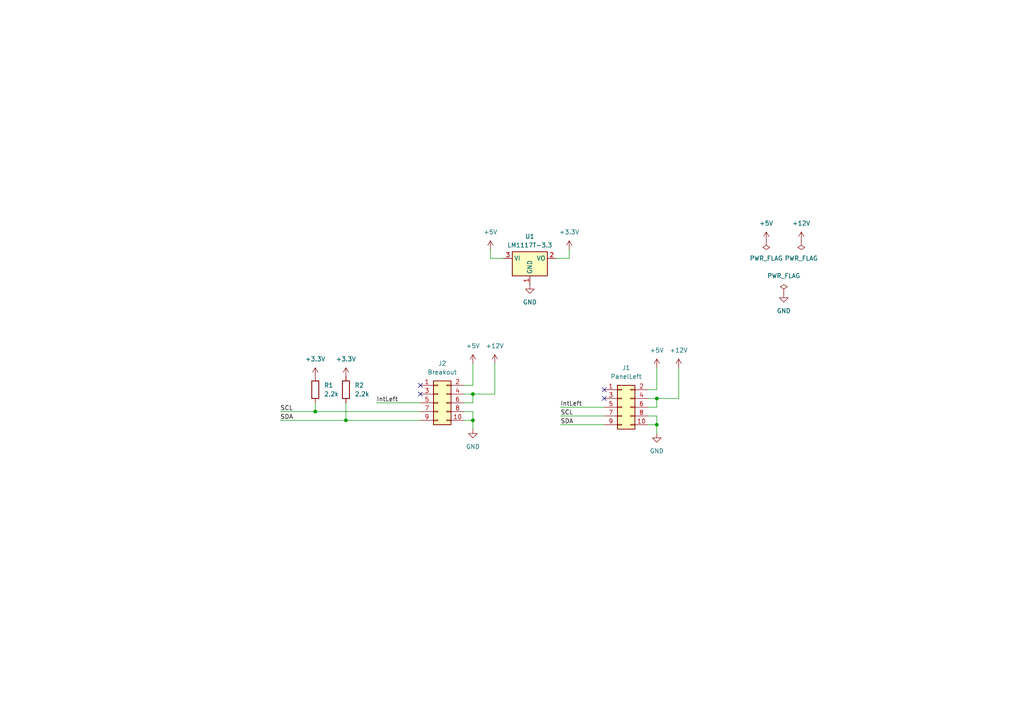
<source format=kicad_sch>
(kicad_sch
	(version 20231120)
	(generator "eeschema")
	(generator_version "8.0")
	(uuid "0ad4c629-1147-40c1-ae9f-9a3da7458655")
	(paper "A4")
	(lib_symbols
		(symbol "Connector_Generic:Conn_02x05_Odd_Even"
			(pin_names
				(offset 1.016) hide)
			(exclude_from_sim no)
			(in_bom yes)
			(on_board yes)
			(property "Reference" "J"
				(at 1.27 7.62 0)
				(effects
					(font
						(size 1.27 1.27)
					)
				)
			)
			(property "Value" "Conn_02x05_Odd_Even"
				(at 1.27 -7.62 0)
				(effects
					(font
						(size 1.27 1.27)
					)
				)
			)
			(property "Footprint" ""
				(at 0 0 0)
				(effects
					(font
						(size 1.27 1.27)
					)
					(hide yes)
				)
			)
			(property "Datasheet" "~"
				(at 0 0 0)
				(effects
					(font
						(size 1.27 1.27)
					)
					(hide yes)
				)
			)
			(property "Description" "Generic connector, double row, 02x05, odd/even pin numbering scheme (row 1 odd numbers, row 2 even numbers), script generated (kicad-library-utils/schlib/autogen/connector/)"
				(at 0 0 0)
				(effects
					(font
						(size 1.27 1.27)
					)
					(hide yes)
				)
			)
			(property "ki_keywords" "connector"
				(at 0 0 0)
				(effects
					(font
						(size 1.27 1.27)
					)
					(hide yes)
				)
			)
			(property "ki_fp_filters" "Connector*:*_2x??_*"
				(at 0 0 0)
				(effects
					(font
						(size 1.27 1.27)
					)
					(hide yes)
				)
			)
			(symbol "Conn_02x05_Odd_Even_1_1"
				(rectangle
					(start -1.27 -4.953)
					(end 0 -5.207)
					(stroke
						(width 0.1524)
						(type default)
					)
					(fill
						(type none)
					)
				)
				(rectangle
					(start -1.27 -2.413)
					(end 0 -2.667)
					(stroke
						(width 0.1524)
						(type default)
					)
					(fill
						(type none)
					)
				)
				(rectangle
					(start -1.27 0.127)
					(end 0 -0.127)
					(stroke
						(width 0.1524)
						(type default)
					)
					(fill
						(type none)
					)
				)
				(rectangle
					(start -1.27 2.667)
					(end 0 2.413)
					(stroke
						(width 0.1524)
						(type default)
					)
					(fill
						(type none)
					)
				)
				(rectangle
					(start -1.27 5.207)
					(end 0 4.953)
					(stroke
						(width 0.1524)
						(type default)
					)
					(fill
						(type none)
					)
				)
				(rectangle
					(start -1.27 6.35)
					(end 3.81 -6.35)
					(stroke
						(width 0.254)
						(type default)
					)
					(fill
						(type background)
					)
				)
				(rectangle
					(start 3.81 -4.953)
					(end 2.54 -5.207)
					(stroke
						(width 0.1524)
						(type default)
					)
					(fill
						(type none)
					)
				)
				(rectangle
					(start 3.81 -2.413)
					(end 2.54 -2.667)
					(stroke
						(width 0.1524)
						(type default)
					)
					(fill
						(type none)
					)
				)
				(rectangle
					(start 3.81 0.127)
					(end 2.54 -0.127)
					(stroke
						(width 0.1524)
						(type default)
					)
					(fill
						(type none)
					)
				)
				(rectangle
					(start 3.81 2.667)
					(end 2.54 2.413)
					(stroke
						(width 0.1524)
						(type default)
					)
					(fill
						(type none)
					)
				)
				(rectangle
					(start 3.81 5.207)
					(end 2.54 4.953)
					(stroke
						(width 0.1524)
						(type default)
					)
					(fill
						(type none)
					)
				)
				(pin passive line
					(at -5.08 5.08 0)
					(length 3.81)
					(name "Pin_1"
						(effects
							(font
								(size 1.27 1.27)
							)
						)
					)
					(number "1"
						(effects
							(font
								(size 1.27 1.27)
							)
						)
					)
				)
				(pin passive line
					(at 7.62 -5.08 180)
					(length 3.81)
					(name "Pin_10"
						(effects
							(font
								(size 1.27 1.27)
							)
						)
					)
					(number "10"
						(effects
							(font
								(size 1.27 1.27)
							)
						)
					)
				)
				(pin passive line
					(at 7.62 5.08 180)
					(length 3.81)
					(name "Pin_2"
						(effects
							(font
								(size 1.27 1.27)
							)
						)
					)
					(number "2"
						(effects
							(font
								(size 1.27 1.27)
							)
						)
					)
				)
				(pin passive line
					(at -5.08 2.54 0)
					(length 3.81)
					(name "Pin_3"
						(effects
							(font
								(size 1.27 1.27)
							)
						)
					)
					(number "3"
						(effects
							(font
								(size 1.27 1.27)
							)
						)
					)
				)
				(pin passive line
					(at 7.62 2.54 180)
					(length 3.81)
					(name "Pin_4"
						(effects
							(font
								(size 1.27 1.27)
							)
						)
					)
					(number "4"
						(effects
							(font
								(size 1.27 1.27)
							)
						)
					)
				)
				(pin passive line
					(at -5.08 0 0)
					(length 3.81)
					(name "Pin_5"
						(effects
							(font
								(size 1.27 1.27)
							)
						)
					)
					(number "5"
						(effects
							(font
								(size 1.27 1.27)
							)
						)
					)
				)
				(pin passive line
					(at 7.62 0 180)
					(length 3.81)
					(name "Pin_6"
						(effects
							(font
								(size 1.27 1.27)
							)
						)
					)
					(number "6"
						(effects
							(font
								(size 1.27 1.27)
							)
						)
					)
				)
				(pin passive line
					(at -5.08 -2.54 0)
					(length 3.81)
					(name "Pin_7"
						(effects
							(font
								(size 1.27 1.27)
							)
						)
					)
					(number "7"
						(effects
							(font
								(size 1.27 1.27)
							)
						)
					)
				)
				(pin passive line
					(at 7.62 -2.54 180)
					(length 3.81)
					(name "Pin_8"
						(effects
							(font
								(size 1.27 1.27)
							)
						)
					)
					(number "8"
						(effects
							(font
								(size 1.27 1.27)
							)
						)
					)
				)
				(pin passive line
					(at -5.08 -5.08 0)
					(length 3.81)
					(name "Pin_9"
						(effects
							(font
								(size 1.27 1.27)
							)
						)
					)
					(number "9"
						(effects
							(font
								(size 1.27 1.27)
							)
						)
					)
				)
			)
		)
		(symbol "Device:R"
			(pin_numbers hide)
			(pin_names
				(offset 0)
			)
			(exclude_from_sim no)
			(in_bom yes)
			(on_board yes)
			(property "Reference" "R"
				(at 2.032 0 90)
				(effects
					(font
						(size 1.27 1.27)
					)
				)
			)
			(property "Value" "R"
				(at 0 0 90)
				(effects
					(font
						(size 1.27 1.27)
					)
				)
			)
			(property "Footprint" ""
				(at -1.778 0 90)
				(effects
					(font
						(size 1.27 1.27)
					)
					(hide yes)
				)
			)
			(property "Datasheet" "~"
				(at 0 0 0)
				(effects
					(font
						(size 1.27 1.27)
					)
					(hide yes)
				)
			)
			(property "Description" "Resistor"
				(at 0 0 0)
				(effects
					(font
						(size 1.27 1.27)
					)
					(hide yes)
				)
			)
			(property "ki_keywords" "R res resistor"
				(at 0 0 0)
				(effects
					(font
						(size 1.27 1.27)
					)
					(hide yes)
				)
			)
			(property "ki_fp_filters" "R_*"
				(at 0 0 0)
				(effects
					(font
						(size 1.27 1.27)
					)
					(hide yes)
				)
			)
			(symbol "R_0_1"
				(rectangle
					(start -1.016 -2.54)
					(end 1.016 2.54)
					(stroke
						(width 0.254)
						(type default)
					)
					(fill
						(type none)
					)
				)
			)
			(symbol "R_1_1"
				(pin passive line
					(at 0 3.81 270)
					(length 1.27)
					(name "~"
						(effects
							(font
								(size 1.27 1.27)
							)
						)
					)
					(number "1"
						(effects
							(font
								(size 1.27 1.27)
							)
						)
					)
				)
				(pin passive line
					(at 0 -3.81 90)
					(length 1.27)
					(name "~"
						(effects
							(font
								(size 1.27 1.27)
							)
						)
					)
					(number "2"
						(effects
							(font
								(size 1.27 1.27)
							)
						)
					)
				)
			)
		)
		(symbol "Regulator_Linear:LM1117T-3.3"
			(exclude_from_sim no)
			(in_bom yes)
			(on_board yes)
			(property "Reference" "U"
				(at -3.81 3.175 0)
				(effects
					(font
						(size 1.27 1.27)
					)
				)
			)
			(property "Value" "LM1117T-3.3"
				(at 0 3.175 0)
				(effects
					(font
						(size 1.27 1.27)
					)
					(justify left)
				)
			)
			(property "Footprint" "Package_TO_SOT_THT:TO-220-3_Horizontal_TabDown"
				(at 0 0 0)
				(effects
					(font
						(size 1.27 1.27)
					)
					(hide yes)
				)
			)
			(property "Datasheet" "http://www.ti.com/lit/ds/symlink/lm1117.pdf"
				(at 0 0 0)
				(effects
					(font
						(size 1.27 1.27)
					)
					(hide yes)
				)
			)
			(property "Description" "800mA Low-Dropout Linear Regulator, 3.3V fixed output, TO-220"
				(at 0 0 0)
				(effects
					(font
						(size 1.27 1.27)
					)
					(hide yes)
				)
			)
			(property "ki_keywords" "linear regulator ldo fixed positive"
				(at 0 0 0)
				(effects
					(font
						(size 1.27 1.27)
					)
					(hide yes)
				)
			)
			(property "ki_fp_filters" "TO?220*"
				(at 0 0 0)
				(effects
					(font
						(size 1.27 1.27)
					)
					(hide yes)
				)
			)
			(symbol "LM1117T-3.3_0_1"
				(rectangle
					(start -5.08 -5.08)
					(end 5.08 1.905)
					(stroke
						(width 0.254)
						(type default)
					)
					(fill
						(type background)
					)
				)
			)
			(symbol "LM1117T-3.3_1_1"
				(pin power_in line
					(at 0 -7.62 90)
					(length 2.54)
					(name "GND"
						(effects
							(font
								(size 1.27 1.27)
							)
						)
					)
					(number "1"
						(effects
							(font
								(size 1.27 1.27)
							)
						)
					)
				)
				(pin power_out line
					(at 7.62 0 180)
					(length 2.54)
					(name "VO"
						(effects
							(font
								(size 1.27 1.27)
							)
						)
					)
					(number "2"
						(effects
							(font
								(size 1.27 1.27)
							)
						)
					)
				)
				(pin power_in line
					(at -7.62 0 0)
					(length 2.54)
					(name "VI"
						(effects
							(font
								(size 1.27 1.27)
							)
						)
					)
					(number "3"
						(effects
							(font
								(size 1.27 1.27)
							)
						)
					)
				)
			)
		)
		(symbol "power:+12V"
			(power)
			(pin_numbers hide)
			(pin_names
				(offset 0) hide)
			(exclude_from_sim no)
			(in_bom yes)
			(on_board yes)
			(property "Reference" "#PWR"
				(at 0 -3.81 0)
				(effects
					(font
						(size 1.27 1.27)
					)
					(hide yes)
				)
			)
			(property "Value" "+12V"
				(at 0 3.556 0)
				(effects
					(font
						(size 1.27 1.27)
					)
				)
			)
			(property "Footprint" ""
				(at 0 0 0)
				(effects
					(font
						(size 1.27 1.27)
					)
					(hide yes)
				)
			)
			(property "Datasheet" ""
				(at 0 0 0)
				(effects
					(font
						(size 1.27 1.27)
					)
					(hide yes)
				)
			)
			(property "Description" "Power symbol creates a global label with name \"+12V\""
				(at 0 0 0)
				(effects
					(font
						(size 1.27 1.27)
					)
					(hide yes)
				)
			)
			(property "ki_keywords" "global power"
				(at 0 0 0)
				(effects
					(font
						(size 1.27 1.27)
					)
					(hide yes)
				)
			)
			(symbol "+12V_0_1"
				(polyline
					(pts
						(xy -0.762 1.27) (xy 0 2.54)
					)
					(stroke
						(width 0)
						(type default)
					)
					(fill
						(type none)
					)
				)
				(polyline
					(pts
						(xy 0 0) (xy 0 2.54)
					)
					(stroke
						(width 0)
						(type default)
					)
					(fill
						(type none)
					)
				)
				(polyline
					(pts
						(xy 0 2.54) (xy 0.762 1.27)
					)
					(stroke
						(width 0)
						(type default)
					)
					(fill
						(type none)
					)
				)
			)
			(symbol "+12V_1_1"
				(pin power_in line
					(at 0 0 90)
					(length 0)
					(name "~"
						(effects
							(font
								(size 1.27 1.27)
							)
						)
					)
					(number "1"
						(effects
							(font
								(size 1.27 1.27)
							)
						)
					)
				)
			)
		)
		(symbol "power:+3.3V"
			(power)
			(pin_numbers hide)
			(pin_names
				(offset 0) hide)
			(exclude_from_sim no)
			(in_bom yes)
			(on_board yes)
			(property "Reference" "#PWR"
				(at 0 -3.81 0)
				(effects
					(font
						(size 1.27 1.27)
					)
					(hide yes)
				)
			)
			(property "Value" "+3.3V"
				(at 0 3.556 0)
				(effects
					(font
						(size 1.27 1.27)
					)
				)
			)
			(property "Footprint" ""
				(at 0 0 0)
				(effects
					(font
						(size 1.27 1.27)
					)
					(hide yes)
				)
			)
			(property "Datasheet" ""
				(at 0 0 0)
				(effects
					(font
						(size 1.27 1.27)
					)
					(hide yes)
				)
			)
			(property "Description" "Power symbol creates a global label with name \"+3.3V\""
				(at 0 0 0)
				(effects
					(font
						(size 1.27 1.27)
					)
					(hide yes)
				)
			)
			(property "ki_keywords" "global power"
				(at 0 0 0)
				(effects
					(font
						(size 1.27 1.27)
					)
					(hide yes)
				)
			)
			(symbol "+3.3V_0_1"
				(polyline
					(pts
						(xy -0.762 1.27) (xy 0 2.54)
					)
					(stroke
						(width 0)
						(type default)
					)
					(fill
						(type none)
					)
				)
				(polyline
					(pts
						(xy 0 0) (xy 0 2.54)
					)
					(stroke
						(width 0)
						(type default)
					)
					(fill
						(type none)
					)
				)
				(polyline
					(pts
						(xy 0 2.54) (xy 0.762 1.27)
					)
					(stroke
						(width 0)
						(type default)
					)
					(fill
						(type none)
					)
				)
			)
			(symbol "+3.3V_1_1"
				(pin power_in line
					(at 0 0 90)
					(length 0)
					(name "~"
						(effects
							(font
								(size 1.27 1.27)
							)
						)
					)
					(number "1"
						(effects
							(font
								(size 1.27 1.27)
							)
						)
					)
				)
			)
		)
		(symbol "power:+5V"
			(power)
			(pin_numbers hide)
			(pin_names
				(offset 0) hide)
			(exclude_from_sim no)
			(in_bom yes)
			(on_board yes)
			(property "Reference" "#PWR"
				(at 0 -3.81 0)
				(effects
					(font
						(size 1.27 1.27)
					)
					(hide yes)
				)
			)
			(property "Value" "+5V"
				(at 0 3.556 0)
				(effects
					(font
						(size 1.27 1.27)
					)
				)
			)
			(property "Footprint" ""
				(at 0 0 0)
				(effects
					(font
						(size 1.27 1.27)
					)
					(hide yes)
				)
			)
			(property "Datasheet" ""
				(at 0 0 0)
				(effects
					(font
						(size 1.27 1.27)
					)
					(hide yes)
				)
			)
			(property "Description" "Power symbol creates a global label with name \"+5V\""
				(at 0 0 0)
				(effects
					(font
						(size 1.27 1.27)
					)
					(hide yes)
				)
			)
			(property "ki_keywords" "global power"
				(at 0 0 0)
				(effects
					(font
						(size 1.27 1.27)
					)
					(hide yes)
				)
			)
			(symbol "+5V_0_1"
				(polyline
					(pts
						(xy -0.762 1.27) (xy 0 2.54)
					)
					(stroke
						(width 0)
						(type default)
					)
					(fill
						(type none)
					)
				)
				(polyline
					(pts
						(xy 0 0) (xy 0 2.54)
					)
					(stroke
						(width 0)
						(type default)
					)
					(fill
						(type none)
					)
				)
				(polyline
					(pts
						(xy 0 2.54) (xy 0.762 1.27)
					)
					(stroke
						(width 0)
						(type default)
					)
					(fill
						(type none)
					)
				)
			)
			(symbol "+5V_1_1"
				(pin power_in line
					(at 0 0 90)
					(length 0)
					(name "~"
						(effects
							(font
								(size 1.27 1.27)
							)
						)
					)
					(number "1"
						(effects
							(font
								(size 1.27 1.27)
							)
						)
					)
				)
			)
		)
		(symbol "power:GND"
			(power)
			(pin_numbers hide)
			(pin_names
				(offset 0) hide)
			(exclude_from_sim no)
			(in_bom yes)
			(on_board yes)
			(property "Reference" "#PWR"
				(at 0 -6.35 0)
				(effects
					(font
						(size 1.27 1.27)
					)
					(hide yes)
				)
			)
			(property "Value" "GND"
				(at 0 -3.81 0)
				(effects
					(font
						(size 1.27 1.27)
					)
				)
			)
			(property "Footprint" ""
				(at 0 0 0)
				(effects
					(font
						(size 1.27 1.27)
					)
					(hide yes)
				)
			)
			(property "Datasheet" ""
				(at 0 0 0)
				(effects
					(font
						(size 1.27 1.27)
					)
					(hide yes)
				)
			)
			(property "Description" "Power symbol creates a global label with name \"GND\" , ground"
				(at 0 0 0)
				(effects
					(font
						(size 1.27 1.27)
					)
					(hide yes)
				)
			)
			(property "ki_keywords" "global power"
				(at 0 0 0)
				(effects
					(font
						(size 1.27 1.27)
					)
					(hide yes)
				)
			)
			(symbol "GND_0_1"
				(polyline
					(pts
						(xy 0 0) (xy 0 -1.27) (xy 1.27 -1.27) (xy 0 -2.54) (xy -1.27 -1.27) (xy 0 -1.27)
					)
					(stroke
						(width 0)
						(type default)
					)
					(fill
						(type none)
					)
				)
			)
			(symbol "GND_1_1"
				(pin power_in line
					(at 0 0 270)
					(length 0)
					(name "~"
						(effects
							(font
								(size 1.27 1.27)
							)
						)
					)
					(number "1"
						(effects
							(font
								(size 1.27 1.27)
							)
						)
					)
				)
			)
		)
		(symbol "power:PWR_FLAG"
			(power)
			(pin_numbers hide)
			(pin_names
				(offset 0) hide)
			(exclude_from_sim no)
			(in_bom yes)
			(on_board yes)
			(property "Reference" "#FLG"
				(at 0 1.905 0)
				(effects
					(font
						(size 1.27 1.27)
					)
					(hide yes)
				)
			)
			(property "Value" "PWR_FLAG"
				(at 0 3.81 0)
				(effects
					(font
						(size 1.27 1.27)
					)
				)
			)
			(property "Footprint" ""
				(at 0 0 0)
				(effects
					(font
						(size 1.27 1.27)
					)
					(hide yes)
				)
			)
			(property "Datasheet" "~"
				(at 0 0 0)
				(effects
					(font
						(size 1.27 1.27)
					)
					(hide yes)
				)
			)
			(property "Description" "Special symbol for telling ERC where power comes from"
				(at 0 0 0)
				(effects
					(font
						(size 1.27 1.27)
					)
					(hide yes)
				)
			)
			(property "ki_keywords" "flag power"
				(at 0 0 0)
				(effects
					(font
						(size 1.27 1.27)
					)
					(hide yes)
				)
			)
			(symbol "PWR_FLAG_0_0"
				(pin power_out line
					(at 0 0 90)
					(length 0)
					(name "~"
						(effects
							(font
								(size 1.27 1.27)
							)
						)
					)
					(number "1"
						(effects
							(font
								(size 1.27 1.27)
							)
						)
					)
				)
			)
			(symbol "PWR_FLAG_0_1"
				(polyline
					(pts
						(xy 0 0) (xy 0 1.27) (xy -1.016 1.905) (xy 0 2.54) (xy 1.016 1.905) (xy 0 1.27)
					)
					(stroke
						(width 0)
						(type default)
					)
					(fill
						(type none)
					)
				)
			)
		)
	)
	(junction
		(at 91.44 119.38)
		(diameter 0)
		(color 0 0 0 0)
		(uuid "1663fca6-1e64-4498-bbe4-9e7b1ed4817b")
	)
	(junction
		(at 137.16 121.92)
		(diameter 0)
		(color 0 0 0 0)
		(uuid "72135d5a-0ab3-41f7-ad99-4c53b2fb3ec5")
	)
	(junction
		(at 190.5 115.57)
		(diameter 0)
		(color 0 0 0 0)
		(uuid "9c182ffc-f7ce-4510-822d-83d19203e1bd")
	)
	(junction
		(at 100.33 121.92)
		(diameter 0)
		(color 0 0 0 0)
		(uuid "c154a81f-3137-4d54-9540-f94c050a789e")
	)
	(junction
		(at 137.16 114.3)
		(diameter 0)
		(color 0 0 0 0)
		(uuid "cbfe1c5d-f8eb-4aab-8d3c-97122fd4782d")
	)
	(junction
		(at 190.5 123.19)
		(diameter 0)
		(color 0 0 0 0)
		(uuid "feba4107-f9bd-43c0-b5fb-eb6adc77af4b")
	)
	(no_connect
		(at 175.26 113.03)
		(uuid "7fc08d80-6364-4b0c-8d13-a7becb08e1cc")
	)
	(no_connect
		(at 121.92 114.3)
		(uuid "8f420928-7f2c-40b3-988d-6365efcabb4b")
	)
	(no_connect
		(at 175.26 115.57)
		(uuid "9580c6e7-f0a8-486e-a04d-193504dc6392")
	)
	(no_connect
		(at 121.92 111.76)
		(uuid "c952615d-3da7-47a6-a693-ec84bf9cc397")
	)
	(wire
		(pts
			(xy 143.51 105.41) (xy 143.51 114.3)
		)
		(stroke
			(width 0)
			(type default)
		)
		(uuid "060ab9c9-c4ea-40c5-b3f0-448f55a9f7c0")
	)
	(wire
		(pts
			(xy 142.24 72.39) (xy 142.24 74.93)
		)
		(stroke
			(width 0)
			(type default)
		)
		(uuid "136c5298-9e2a-46ac-9024-80d7497938cd")
	)
	(wire
		(pts
			(xy 196.85 115.57) (xy 190.5 115.57)
		)
		(stroke
			(width 0)
			(type default)
		)
		(uuid "2288315a-6456-45a9-996e-ef1b5d9b7a84")
	)
	(wire
		(pts
			(xy 190.5 120.65) (xy 190.5 123.19)
		)
		(stroke
			(width 0)
			(type default)
		)
		(uuid "24a1a549-9e79-4a03-b834-982a05fd2015")
	)
	(wire
		(pts
			(xy 187.96 118.11) (xy 190.5 118.11)
		)
		(stroke
			(width 0)
			(type default)
		)
		(uuid "277de9d2-1299-4092-85bd-c5cc4ed4fe1b")
	)
	(wire
		(pts
			(xy 187.96 123.19) (xy 190.5 123.19)
		)
		(stroke
			(width 0)
			(type default)
		)
		(uuid "28753782-557e-4be3-95a0-6d4b178a8612")
	)
	(wire
		(pts
			(xy 187.96 115.57) (xy 190.5 115.57)
		)
		(stroke
			(width 0)
			(type default)
		)
		(uuid "2a822dee-492e-4936-8d20-fa67de8308d8")
	)
	(wire
		(pts
			(xy 162.56 118.11) (xy 175.26 118.11)
		)
		(stroke
			(width 0)
			(type default)
		)
		(uuid "388884dd-8c4d-4fce-92f6-a49f686363f9")
	)
	(wire
		(pts
			(xy 91.44 119.38) (xy 121.92 119.38)
		)
		(stroke
			(width 0)
			(type default)
		)
		(uuid "392f1fc2-91b8-4174-8411-4cc358b2c383")
	)
	(wire
		(pts
			(xy 162.56 120.65) (xy 175.26 120.65)
		)
		(stroke
			(width 0)
			(type default)
		)
		(uuid "3c9e7a7d-fdb6-43f6-af7c-cd2f0d3f143d")
	)
	(wire
		(pts
			(xy 81.28 119.38) (xy 91.44 119.38)
		)
		(stroke
			(width 0)
			(type default)
		)
		(uuid "48619869-9768-4762-8b75-519c1d5c176e")
	)
	(wire
		(pts
			(xy 134.62 114.3) (xy 137.16 114.3)
		)
		(stroke
			(width 0)
			(type default)
		)
		(uuid "4c0242aa-84e3-4080-b417-58e667079fbb")
	)
	(wire
		(pts
			(xy 137.16 119.38) (xy 137.16 121.92)
		)
		(stroke
			(width 0)
			(type default)
		)
		(uuid "5078705e-ec6f-482b-bed8-66fa3bef9fe2")
	)
	(wire
		(pts
			(xy 81.28 121.92) (xy 100.33 121.92)
		)
		(stroke
			(width 0)
			(type default)
		)
		(uuid "5325c9d5-7e94-4ec3-9f80-c71b3f40e61c")
	)
	(wire
		(pts
			(xy 187.96 113.03) (xy 190.5 113.03)
		)
		(stroke
			(width 0)
			(type default)
		)
		(uuid "54e2facd-bb7b-42e6-9c5b-f49ed201d81c")
	)
	(wire
		(pts
			(xy 100.33 121.92) (xy 121.92 121.92)
		)
		(stroke
			(width 0)
			(type default)
		)
		(uuid "659cb5c4-b86e-4496-8a1e-7c03cbd39f0a")
	)
	(wire
		(pts
			(xy 162.56 123.19) (xy 175.26 123.19)
		)
		(stroke
			(width 0)
			(type default)
		)
		(uuid "7b57bd26-4d03-40a2-9e5b-c5959181afa3")
	)
	(wire
		(pts
			(xy 165.1 72.39) (xy 165.1 74.93)
		)
		(stroke
			(width 0)
			(type default)
		)
		(uuid "80468a3c-b338-4ea2-a59e-07ca464d0439")
	)
	(wire
		(pts
			(xy 109.22 116.84) (xy 121.92 116.84)
		)
		(stroke
			(width 0)
			(type default)
		)
		(uuid "80c180e5-800f-4a45-9450-f44e68dc894f")
	)
	(wire
		(pts
			(xy 196.85 106.68) (xy 196.85 115.57)
		)
		(stroke
			(width 0)
			(type default)
		)
		(uuid "83727f07-064c-4e55-9c9f-5a29225ff936")
	)
	(wire
		(pts
			(xy 100.33 116.84) (xy 100.33 121.92)
		)
		(stroke
			(width 0)
			(type default)
		)
		(uuid "8dd292ff-224a-44e3-a31d-a476732afba9")
	)
	(wire
		(pts
			(xy 190.5 123.19) (xy 190.5 125.73)
		)
		(stroke
			(width 0)
			(type default)
		)
		(uuid "9ef5cc11-cb93-4505-b362-c6903ee0d099")
	)
	(wire
		(pts
			(xy 137.16 121.92) (xy 137.16 124.46)
		)
		(stroke
			(width 0)
			(type default)
		)
		(uuid "a110dd18-1a5e-4d39-9da3-2b13a0d60e72")
	)
	(wire
		(pts
			(xy 134.62 111.76) (xy 137.16 111.76)
		)
		(stroke
			(width 0)
			(type default)
		)
		(uuid "aa71ffb8-1eea-4639-a4ad-99088f3a6bbe")
	)
	(wire
		(pts
			(xy 137.16 116.84) (xy 137.16 114.3)
		)
		(stroke
			(width 0)
			(type default)
		)
		(uuid "ab734576-341b-4385-aa45-5b572b02ebae")
	)
	(wire
		(pts
			(xy 137.16 111.76) (xy 137.16 105.41)
		)
		(stroke
			(width 0)
			(type default)
		)
		(uuid "b087b35d-18b8-4de7-9d21-b85080702339")
	)
	(wire
		(pts
			(xy 187.96 120.65) (xy 190.5 120.65)
		)
		(stroke
			(width 0)
			(type default)
		)
		(uuid "b469c187-8042-4437-90df-3574dbc30cad")
	)
	(wire
		(pts
			(xy 143.51 114.3) (xy 137.16 114.3)
		)
		(stroke
			(width 0)
			(type default)
		)
		(uuid "bc4b0432-0aee-4ada-91f4-376619f34984")
	)
	(wire
		(pts
			(xy 161.29 74.93) (xy 165.1 74.93)
		)
		(stroke
			(width 0)
			(type default)
		)
		(uuid "be6330e7-21c9-4208-b676-b257736b3d77")
	)
	(wire
		(pts
			(xy 134.62 119.38) (xy 137.16 119.38)
		)
		(stroke
			(width 0)
			(type default)
		)
		(uuid "c0cd2bbb-1c2d-43dd-8130-aa7d8162ce27")
	)
	(wire
		(pts
			(xy 190.5 118.11) (xy 190.5 115.57)
		)
		(stroke
			(width 0)
			(type default)
		)
		(uuid "c5eaa744-873a-47ef-a481-02e9ccafcade")
	)
	(wire
		(pts
			(xy 91.44 116.84) (xy 91.44 119.38)
		)
		(stroke
			(width 0)
			(type default)
		)
		(uuid "c907c6c3-f6e3-492d-a98e-642cb466420c")
	)
	(wire
		(pts
			(xy 190.5 113.03) (xy 190.5 106.68)
		)
		(stroke
			(width 0)
			(type default)
		)
		(uuid "de4f8fdb-2fe5-4e8b-9c1a-54a15f606e5d")
	)
	(wire
		(pts
			(xy 142.24 74.93) (xy 146.05 74.93)
		)
		(stroke
			(width 0)
			(type default)
		)
		(uuid "f2c03f6c-83c9-42ae-a651-d7f30ff81533")
	)
	(wire
		(pts
			(xy 134.62 116.84) (xy 137.16 116.84)
		)
		(stroke
			(width 0)
			(type default)
		)
		(uuid "f38145b8-d973-4984-a15b-af9e51a2483d")
	)
	(wire
		(pts
			(xy 134.62 121.92) (xy 137.16 121.92)
		)
		(stroke
			(width 0)
			(type default)
		)
		(uuid "ff753498-6fab-479c-b4dd-a87078ef9caa")
	)
	(label "SDA"
		(at 162.56 123.19 0)
		(fields_autoplaced yes)
		(effects
			(font
				(size 1.27 1.27)
			)
			(justify left bottom)
		)
		(uuid "4cfac2e6-6e1b-466f-b732-51d15166e26b")
	)
	(label "IntLeft"
		(at 162.56 118.11 0)
		(fields_autoplaced yes)
		(effects
			(font
				(size 1.27 1.27)
			)
			(justify left bottom)
		)
		(uuid "8d9514f9-8345-4d99-8704-f00bef253a1f")
	)
	(label "SDA"
		(at 81.28 121.92 0)
		(fields_autoplaced yes)
		(effects
			(font
				(size 1.27 1.27)
			)
			(justify left bottom)
		)
		(uuid "a2752606-ec2e-4ec0-b408-979da9ec14ae")
	)
	(label "SCL"
		(at 162.56 120.65 0)
		(fields_autoplaced yes)
		(effects
			(font
				(size 1.27 1.27)
			)
			(justify left bottom)
		)
		(uuid "e8f5dbe1-cc52-4293-a4d3-50762a637458")
	)
	(label "IntLeft"
		(at 109.22 116.84 0)
		(fields_autoplaced yes)
		(effects
			(font
				(size 1.27 1.27)
			)
			(justify left bottom)
		)
		(uuid "f4c0cc15-15a3-44d2-80e3-a3d9808c3781")
	)
	(label "SCL"
		(at 81.28 119.38 0)
		(fields_autoplaced yes)
		(effects
			(font
				(size 1.27 1.27)
			)
			(justify left bottom)
		)
		(uuid "fe312929-df96-4104-aaa8-bd762001cc9e")
	)
	(symbol
		(lib_id "power:+3.3V")
		(at 91.44 109.22 0)
		(unit 1)
		(exclude_from_sim no)
		(in_bom yes)
		(on_board yes)
		(dnp no)
		(fields_autoplaced yes)
		(uuid "164d7658-e5c1-4825-86a8-907bb103a1ad")
		(property "Reference" "#PWR014"
			(at 91.44 113.03 0)
			(effects
				(font
					(size 1.27 1.27)
				)
				(hide yes)
			)
		)
		(property "Value" "+3.3V"
			(at 91.44 104.14 0)
			(effects
				(font
					(size 1.27 1.27)
				)
			)
		)
		(property "Footprint" ""
			(at 91.44 109.22 0)
			(effects
				(font
					(size 1.27 1.27)
				)
				(hide yes)
			)
		)
		(property "Datasheet" ""
			(at 91.44 109.22 0)
			(effects
				(font
					(size 1.27 1.27)
				)
				(hide yes)
			)
		)
		(property "Description" "Power symbol creates a global label with name \"+3.3V\""
			(at 91.44 109.22 0)
			(effects
				(font
					(size 1.27 1.27)
				)
				(hide yes)
			)
		)
		(pin "1"
			(uuid "989ec569-a05e-462b-895f-c783164c12ce")
		)
		(instances
			(project "Panel-Breakout-I2CPullup"
				(path "/0ad4c629-1147-40c1-ae9f-9a3da7458655"
					(reference "#PWR014")
					(unit 1)
				)
			)
		)
	)
	(symbol
		(lib_id "power:+5V")
		(at 137.16 105.41 0)
		(unit 1)
		(exclude_from_sim no)
		(in_bom yes)
		(on_board yes)
		(dnp no)
		(fields_autoplaced yes)
		(uuid "39c3306b-56ef-4d73-adba-6b59abc345a2")
		(property "Reference" "#PWR05"
			(at 137.16 109.22 0)
			(effects
				(font
					(size 1.27 1.27)
				)
				(hide yes)
			)
		)
		(property "Value" "+5V"
			(at 137.16 100.33 0)
			(effects
				(font
					(size 1.27 1.27)
				)
			)
		)
		(property "Footprint" ""
			(at 137.16 105.41 0)
			(effects
				(font
					(size 1.27 1.27)
				)
				(hide yes)
			)
		)
		(property "Datasheet" ""
			(at 137.16 105.41 0)
			(effects
				(font
					(size 1.27 1.27)
				)
				(hide yes)
			)
		)
		(property "Description" "Power symbol creates a global label with name \"+5V\""
			(at 137.16 105.41 0)
			(effects
				(font
					(size 1.27 1.27)
				)
				(hide yes)
			)
		)
		(pin "1"
			(uuid "8e939e45-c94e-4245-8fae-b450deb565ce")
		)
		(instances
			(project "Panel-Breakout-I2CPullup"
				(path "/0ad4c629-1147-40c1-ae9f-9a3da7458655"
					(reference "#PWR05")
					(unit 1)
				)
			)
		)
	)
	(symbol
		(lib_id "power:PWR_FLAG")
		(at 232.41 69.85 180)
		(unit 1)
		(exclude_from_sim no)
		(in_bom yes)
		(on_board yes)
		(dnp no)
		(fields_autoplaced yes)
		(uuid "3ac017ee-efd6-4279-a538-21c6a6c97880")
		(property "Reference" "#FLG04"
			(at 232.41 71.755 0)
			(effects
				(font
					(size 1.27 1.27)
				)
				(hide yes)
			)
		)
		(property "Value" "PWR_FLAG"
			(at 232.41 74.93 0)
			(effects
				(font
					(size 1.27 1.27)
				)
			)
		)
		(property "Footprint" ""
			(at 232.41 69.85 0)
			(effects
				(font
					(size 1.27 1.27)
				)
				(hide yes)
			)
		)
		(property "Datasheet" "~"
			(at 232.41 69.85 0)
			(effects
				(font
					(size 1.27 1.27)
				)
				(hide yes)
			)
		)
		(property "Description" "Special symbol for telling ERC where power comes from"
			(at 232.41 69.85 0)
			(effects
				(font
					(size 1.27 1.27)
				)
				(hide yes)
			)
		)
		(pin "1"
			(uuid "6efaa2d4-3f27-44e2-af69-ebb1ee758c28")
		)
		(instances
			(project "Panel-Breakout-I2CPullup"
				(path "/0ad4c629-1147-40c1-ae9f-9a3da7458655"
					(reference "#FLG04")
					(unit 1)
				)
			)
		)
	)
	(symbol
		(lib_id "Connector_Generic:Conn_02x05_Odd_Even")
		(at 127 116.84 0)
		(unit 1)
		(exclude_from_sim no)
		(in_bom yes)
		(on_board yes)
		(dnp no)
		(fields_autoplaced yes)
		(uuid "5a551a32-b8ab-4c30-9b71-99b8d5c5d626")
		(property "Reference" "J2"
			(at 128.27 105.41 0)
			(effects
				(font
					(size 1.27 1.27)
				)
			)
		)
		(property "Value" "Breakout"
			(at 128.27 107.95 0)
			(effects
				(font
					(size 1.27 1.27)
				)
			)
		)
		(property "Footprint" "Connector_IDC:IDC-Header_2x05_P2.54mm_Vertical"
			(at 127 116.84 0)
			(effects
				(font
					(size 1.27 1.27)
				)
				(hide yes)
			)
		)
		(property "Datasheet" "~"
			(at 127 116.84 0)
			(effects
				(font
					(size 1.27 1.27)
				)
				(hide yes)
			)
		)
		(property "Description" "Generic connector, double row, 02x05, odd/even pin numbering scheme (row 1 odd numbers, row 2 even numbers), script generated (kicad-library-utils/schlib/autogen/connector/)"
			(at 127 116.84 0)
			(effects
				(font
					(size 1.27 1.27)
				)
				(hide yes)
			)
		)
		(pin "1"
			(uuid "439689a0-c300-4544-89dc-8079bd5ce649")
		)
		(pin "10"
			(uuid "a9d1f4ad-03ad-40b1-b430-ff1edf979e01")
		)
		(pin "2"
			(uuid "0d827de8-9252-4309-b79e-d99cae27c7a3")
		)
		(pin "3"
			(uuid "b6ae9460-2801-486d-abe6-e64f5206611f")
		)
		(pin "4"
			(uuid "3bfb9af5-db68-4598-af68-b41106a022be")
		)
		(pin "5"
			(uuid "6dba3cdd-dd63-4f6c-a6d0-ba5e688275b5")
		)
		(pin "6"
			(uuid "6beae6e9-442d-4463-b102-8172acceb51d")
		)
		(pin "7"
			(uuid "f7c474bd-c728-4a45-85d0-47f024a61de6")
		)
		(pin "8"
			(uuid "a8ccd0b3-c2dc-4e43-a271-0123ef5af5a9")
		)
		(pin "9"
			(uuid "c64c4693-d6ed-48d8-b058-5f68d0b905eb")
		)
		(instances
			(project "Panel-Breakout-I2CPullup"
				(path "/0ad4c629-1147-40c1-ae9f-9a3da7458655"
					(reference "J2")
					(unit 1)
				)
			)
		)
	)
	(symbol
		(lib_id "power:PWR_FLAG")
		(at 227.33 85.09 0)
		(unit 1)
		(exclude_from_sim no)
		(in_bom yes)
		(on_board yes)
		(dnp no)
		(fields_autoplaced yes)
		(uuid "5b548919-f68d-48f3-a027-fd6f49a68082")
		(property "Reference" "#FLG02"
			(at 227.33 83.185 0)
			(effects
				(font
					(size 1.27 1.27)
				)
				(hide yes)
			)
		)
		(property "Value" "PWR_FLAG"
			(at 227.33 80.01 0)
			(effects
				(font
					(size 1.27 1.27)
				)
			)
		)
		(property "Footprint" ""
			(at 227.33 85.09 0)
			(effects
				(font
					(size 1.27 1.27)
				)
				(hide yes)
			)
		)
		(property "Datasheet" "~"
			(at 227.33 85.09 0)
			(effects
				(font
					(size 1.27 1.27)
				)
				(hide yes)
			)
		)
		(property "Description" "Special symbol for telling ERC where power comes from"
			(at 227.33 85.09 0)
			(effects
				(font
					(size 1.27 1.27)
				)
				(hide yes)
			)
		)
		(pin "1"
			(uuid "d1a90bfc-d066-45bc-8d1c-6be383b902c1")
		)
		(instances
			(project "Panel-Breakout-I2CPullup"
				(path "/0ad4c629-1147-40c1-ae9f-9a3da7458655"
					(reference "#FLG02")
					(unit 1)
				)
			)
		)
	)
	(symbol
		(lib_id "power:GND")
		(at 227.33 85.09 0)
		(unit 1)
		(exclude_from_sim no)
		(in_bom yes)
		(on_board yes)
		(dnp no)
		(fields_autoplaced yes)
		(uuid "6c923f5e-6cb8-4f09-bec3-a17c3329c267")
		(property "Reference" "#PWR012"
			(at 227.33 91.44 0)
			(effects
				(font
					(size 1.27 1.27)
				)
				(hide yes)
			)
		)
		(property "Value" "GND"
			(at 227.33 90.17 0)
			(effects
				(font
					(size 1.27 1.27)
				)
			)
		)
		(property "Footprint" ""
			(at 227.33 85.09 0)
			(effects
				(font
					(size 1.27 1.27)
				)
				(hide yes)
			)
		)
		(property "Datasheet" ""
			(at 227.33 85.09 0)
			(effects
				(font
					(size 1.27 1.27)
				)
				(hide yes)
			)
		)
		(property "Description" "Power symbol creates a global label with name \"GND\" , ground"
			(at 227.33 85.09 0)
			(effects
				(font
					(size 1.27 1.27)
				)
				(hide yes)
			)
		)
		(pin "1"
			(uuid "b5f8ac93-b02c-4067-825c-5ad3d8616302")
		)
		(instances
			(project "Panel-Breakout-I2CPullup"
				(path "/0ad4c629-1147-40c1-ae9f-9a3da7458655"
					(reference "#PWR012")
					(unit 1)
				)
			)
		)
	)
	(symbol
		(lib_id "power:+12V")
		(at 232.41 69.85 0)
		(unit 1)
		(exclude_from_sim no)
		(in_bom yes)
		(on_board yes)
		(dnp no)
		(fields_autoplaced yes)
		(uuid "6e687dbe-b75c-4801-85b0-8ab71f3d3532")
		(property "Reference" "#PWR011"
			(at 232.41 73.66 0)
			(effects
				(font
					(size 1.27 1.27)
				)
				(hide yes)
			)
		)
		(property "Value" "+12V"
			(at 232.41 64.77 0)
			(effects
				(font
					(size 1.27 1.27)
				)
			)
		)
		(property "Footprint" ""
			(at 232.41 69.85 0)
			(effects
				(font
					(size 1.27 1.27)
				)
				(hide yes)
			)
		)
		(property "Datasheet" ""
			(at 232.41 69.85 0)
			(effects
				(font
					(size 1.27 1.27)
				)
				(hide yes)
			)
		)
		(property "Description" "Power symbol creates a global label with name \"+12V\""
			(at 232.41 69.85 0)
			(effects
				(font
					(size 1.27 1.27)
				)
				(hide yes)
			)
		)
		(pin "1"
			(uuid "5884a9e0-5bff-4a0e-9003-089538bb7ce8")
		)
		(instances
			(project "Panel-Breakout-I2CPullup"
				(path "/0ad4c629-1147-40c1-ae9f-9a3da7458655"
					(reference "#PWR011")
					(unit 1)
				)
			)
		)
	)
	(symbol
		(lib_id "power:+3.3V")
		(at 100.33 109.22 0)
		(unit 1)
		(exclude_from_sim no)
		(in_bom yes)
		(on_board yes)
		(dnp no)
		(fields_autoplaced yes)
		(uuid "707f6382-c39e-421d-96db-c35f300975af")
		(property "Reference" "#PWR015"
			(at 100.33 113.03 0)
			(effects
				(font
					(size 1.27 1.27)
				)
				(hide yes)
			)
		)
		(property "Value" "+3.3V"
			(at 100.33 104.14 0)
			(effects
				(font
					(size 1.27 1.27)
				)
			)
		)
		(property "Footprint" ""
			(at 100.33 109.22 0)
			(effects
				(font
					(size 1.27 1.27)
				)
				(hide yes)
			)
		)
		(property "Datasheet" ""
			(at 100.33 109.22 0)
			(effects
				(font
					(size 1.27 1.27)
				)
				(hide yes)
			)
		)
		(property "Description" "Power symbol creates a global label with name \"+3.3V\""
			(at 100.33 109.22 0)
			(effects
				(font
					(size 1.27 1.27)
				)
				(hide yes)
			)
		)
		(pin "1"
			(uuid "c48ded35-17ed-48b7-83ec-ee88c55aee57")
		)
		(instances
			(project "Panel-Breakout-I2CPullup"
				(path "/0ad4c629-1147-40c1-ae9f-9a3da7458655"
					(reference "#PWR015")
					(unit 1)
				)
			)
		)
	)
	(symbol
		(lib_id "power:GND")
		(at 190.5 125.73 0)
		(unit 1)
		(exclude_from_sim no)
		(in_bom yes)
		(on_board yes)
		(dnp no)
		(fields_autoplaced yes)
		(uuid "71bac2db-6121-4bbf-8988-f61cf8f9f131")
		(property "Reference" "#PWR03"
			(at 190.5 132.08 0)
			(effects
				(font
					(size 1.27 1.27)
				)
				(hide yes)
			)
		)
		(property "Value" "GND"
			(at 190.5 130.81 0)
			(effects
				(font
					(size 1.27 1.27)
				)
			)
		)
		(property "Footprint" ""
			(at 190.5 125.73 0)
			(effects
				(font
					(size 1.27 1.27)
				)
				(hide yes)
			)
		)
		(property "Datasheet" ""
			(at 190.5 125.73 0)
			(effects
				(font
					(size 1.27 1.27)
				)
				(hide yes)
			)
		)
		(property "Description" "Power symbol creates a global label with name \"GND\" , ground"
			(at 190.5 125.73 0)
			(effects
				(font
					(size 1.27 1.27)
				)
				(hide yes)
			)
		)
		(pin "1"
			(uuid "5db976ea-c0d3-4735-a2cd-3186476029bb")
		)
		(instances
			(project "Panel-Breakout-I2CPullup"
				(path "/0ad4c629-1147-40c1-ae9f-9a3da7458655"
					(reference "#PWR03")
					(unit 1)
				)
			)
		)
	)
	(symbol
		(lib_id "power:+12V")
		(at 196.85 106.68 0)
		(unit 1)
		(exclude_from_sim no)
		(in_bom yes)
		(on_board yes)
		(dnp no)
		(fields_autoplaced yes)
		(uuid "7740a687-d07b-4247-8a8e-8a2d023a0e20")
		(property "Reference" "#PWR04"
			(at 196.85 110.49 0)
			(effects
				(font
					(size 1.27 1.27)
				)
				(hide yes)
			)
		)
		(property "Value" "+12V"
			(at 196.85 101.6 0)
			(effects
				(font
					(size 1.27 1.27)
				)
			)
		)
		(property "Footprint" ""
			(at 196.85 106.68 0)
			(effects
				(font
					(size 1.27 1.27)
				)
				(hide yes)
			)
		)
		(property "Datasheet" ""
			(at 196.85 106.68 0)
			(effects
				(font
					(size 1.27 1.27)
				)
				(hide yes)
			)
		)
		(property "Description" "Power symbol creates a global label with name \"+12V\""
			(at 196.85 106.68 0)
			(effects
				(font
					(size 1.27 1.27)
				)
				(hide yes)
			)
		)
		(pin "1"
			(uuid "d6d4eb8d-7b1b-42fe-9092-7945bf94a50a")
		)
		(instances
			(project "Panel-Breakout-I2CPullup"
				(path "/0ad4c629-1147-40c1-ae9f-9a3da7458655"
					(reference "#PWR04")
					(unit 1)
				)
			)
		)
	)
	(symbol
		(lib_id "Device:R")
		(at 100.33 113.03 180)
		(unit 1)
		(exclude_from_sim no)
		(in_bom yes)
		(on_board yes)
		(dnp no)
		(fields_autoplaced yes)
		(uuid "7e548754-c9d1-40f7-bf79-54a4a7c32f73")
		(property "Reference" "R2"
			(at 102.87 111.7599 0)
			(effects
				(font
					(size 1.27 1.27)
				)
				(justify right)
			)
		)
		(property "Value" "2.2k"
			(at 102.87 114.2999 0)
			(effects
				(font
					(size 1.27 1.27)
				)
				(justify right)
			)
		)
		(property "Footprint" "Resistor_THT:R_Axial_DIN0207_L6.3mm_D2.5mm_P10.16mm_Horizontal"
			(at 102.108 113.03 90)
			(effects
				(font
					(size 1.27 1.27)
				)
				(hide yes)
			)
		)
		(property "Datasheet" "~"
			(at 100.33 113.03 0)
			(effects
				(font
					(size 1.27 1.27)
				)
				(hide yes)
			)
		)
		(property "Description" "Resistor"
			(at 100.33 113.03 0)
			(effects
				(font
					(size 1.27 1.27)
				)
				(hide yes)
			)
		)
		(pin "1"
			(uuid "2103ddac-56df-4af9-af68-6e6c139cba8f")
		)
		(pin "2"
			(uuid "bb05dccf-94e4-4818-bb35-dc294abdbf3a")
		)
		(instances
			(project "Panel-Breakout-I2CPullup"
				(path "/0ad4c629-1147-40c1-ae9f-9a3da7458655"
					(reference "R2")
					(unit 1)
				)
			)
		)
	)
	(symbol
		(lib_id "power:+3.3V")
		(at 165.1 72.39 0)
		(unit 1)
		(exclude_from_sim no)
		(in_bom yes)
		(on_board yes)
		(dnp no)
		(fields_autoplaced yes)
		(uuid "83480de3-a516-4b8d-85c7-dcf304840515")
		(property "Reference" "#PWR09"
			(at 165.1 76.2 0)
			(effects
				(font
					(size 1.27 1.27)
				)
				(hide yes)
			)
		)
		(property "Value" "+3.3V"
			(at 165.1 67.31 0)
			(effects
				(font
					(size 1.27 1.27)
				)
			)
		)
		(property "Footprint" ""
			(at 165.1 72.39 0)
			(effects
				(font
					(size 1.27 1.27)
				)
				(hide yes)
			)
		)
		(property "Datasheet" ""
			(at 165.1 72.39 0)
			(effects
				(font
					(size 1.27 1.27)
				)
				(hide yes)
			)
		)
		(property "Description" "Power symbol creates a global label with name \"+3.3V\""
			(at 165.1 72.39 0)
			(effects
				(font
					(size 1.27 1.27)
				)
				(hide yes)
			)
		)
		(pin "1"
			(uuid "9ad5995c-8e1a-4494-97be-5d37ecfba257")
		)
		(instances
			(project "Panel-Breakout-I2CPullup"
				(path "/0ad4c629-1147-40c1-ae9f-9a3da7458655"
					(reference "#PWR09")
					(unit 1)
				)
			)
		)
	)
	(symbol
		(lib_id "Device:R")
		(at 91.44 113.03 180)
		(unit 1)
		(exclude_from_sim no)
		(in_bom yes)
		(on_board yes)
		(dnp no)
		(fields_autoplaced yes)
		(uuid "8b485501-a8bf-4c52-a8f8-7062f501cd74")
		(property "Reference" "R1"
			(at 93.98 111.7599 0)
			(effects
				(font
					(size 1.27 1.27)
				)
				(justify right)
			)
		)
		(property "Value" "2.2k"
			(at 93.98 114.2999 0)
			(effects
				(font
					(size 1.27 1.27)
				)
				(justify right)
			)
		)
		(property "Footprint" "Resistor_THT:R_Axial_DIN0207_L6.3mm_D2.5mm_P10.16mm_Horizontal"
			(at 93.218 113.03 90)
			(effects
				(font
					(size 1.27 1.27)
				)
				(hide yes)
			)
		)
		(property "Datasheet" "~"
			(at 91.44 113.03 0)
			(effects
				(font
					(size 1.27 1.27)
				)
				(hide yes)
			)
		)
		(property "Description" "Resistor"
			(at 91.44 113.03 0)
			(effects
				(font
					(size 1.27 1.27)
				)
				(hide yes)
			)
		)
		(pin "1"
			(uuid "fbe8834c-0636-4bab-9cbc-47bc82304d91")
		)
		(pin "2"
			(uuid "341adbf2-0f0a-40e5-89e4-f35919e9e412")
		)
		(instances
			(project "Panel-Breakout-I2CPullup"
				(path "/0ad4c629-1147-40c1-ae9f-9a3da7458655"
					(reference "R1")
					(unit 1)
				)
			)
		)
	)
	(symbol
		(lib_id "power:GND")
		(at 153.67 82.55 0)
		(unit 1)
		(exclude_from_sim no)
		(in_bom yes)
		(on_board yes)
		(dnp no)
		(fields_autoplaced yes)
		(uuid "8cd28cc1-18e3-4b7d-88fa-9896148678f8")
		(property "Reference" "#PWR01"
			(at 153.67 88.9 0)
			(effects
				(font
					(size 1.27 1.27)
				)
				(hide yes)
			)
		)
		(property "Value" "GND"
			(at 153.67 87.63 0)
			(effects
				(font
					(size 1.27 1.27)
				)
			)
		)
		(property "Footprint" ""
			(at 153.67 82.55 0)
			(effects
				(font
					(size 1.27 1.27)
				)
				(hide yes)
			)
		)
		(property "Datasheet" ""
			(at 153.67 82.55 0)
			(effects
				(font
					(size 1.27 1.27)
				)
				(hide yes)
			)
		)
		(property "Description" "Power symbol creates a global label with name \"GND\" , ground"
			(at 153.67 82.55 0)
			(effects
				(font
					(size 1.27 1.27)
				)
				(hide yes)
			)
		)
		(pin "1"
			(uuid "a47d879a-58db-41cb-99ab-b68a0a0fe637")
		)
		(instances
			(project "Panel-Breakout-I2CPullup"
				(path "/0ad4c629-1147-40c1-ae9f-9a3da7458655"
					(reference "#PWR01")
					(unit 1)
				)
			)
		)
	)
	(symbol
		(lib_id "power:+5V")
		(at 142.24 72.39 0)
		(unit 1)
		(exclude_from_sim no)
		(in_bom yes)
		(on_board yes)
		(dnp no)
		(fields_autoplaced yes)
		(uuid "8d885a30-f17f-4a0d-84d9-d3734cdfe4d9")
		(property "Reference" "#PWR08"
			(at 142.24 76.2 0)
			(effects
				(font
					(size 1.27 1.27)
				)
				(hide yes)
			)
		)
		(property "Value" "+5V"
			(at 142.24 67.31 0)
			(effects
				(font
					(size 1.27 1.27)
				)
			)
		)
		(property "Footprint" ""
			(at 142.24 72.39 0)
			(effects
				(font
					(size 1.27 1.27)
				)
				(hide yes)
			)
		)
		(property "Datasheet" ""
			(at 142.24 72.39 0)
			(effects
				(font
					(size 1.27 1.27)
				)
				(hide yes)
			)
		)
		(property "Description" "Power symbol creates a global label with name \"+5V\""
			(at 142.24 72.39 0)
			(effects
				(font
					(size 1.27 1.27)
				)
				(hide yes)
			)
		)
		(pin "1"
			(uuid "4c9ea8f9-0422-4d18-a073-ea1449794df0")
		)
		(instances
			(project "Panel-Breakout-I2CPullup"
				(path "/0ad4c629-1147-40c1-ae9f-9a3da7458655"
					(reference "#PWR08")
					(unit 1)
				)
			)
		)
	)
	(symbol
		(lib_id "power:+12V")
		(at 143.51 105.41 0)
		(unit 1)
		(exclude_from_sim no)
		(in_bom yes)
		(on_board yes)
		(dnp no)
		(fields_autoplaced yes)
		(uuid "93b6f2ce-99c1-437d-85fe-5882754a1b27")
		(property "Reference" "#PWR07"
			(at 143.51 109.22 0)
			(effects
				(font
					(size 1.27 1.27)
				)
				(hide yes)
			)
		)
		(property "Value" "+12V"
			(at 143.51 100.33 0)
			(effects
				(font
					(size 1.27 1.27)
				)
			)
		)
		(property "Footprint" ""
			(at 143.51 105.41 0)
			(effects
				(font
					(size 1.27 1.27)
				)
				(hide yes)
			)
		)
		(property "Datasheet" ""
			(at 143.51 105.41 0)
			(effects
				(font
					(size 1.27 1.27)
				)
				(hide yes)
			)
		)
		(property "Description" "Power symbol creates a global label with name \"+12V\""
			(at 143.51 105.41 0)
			(effects
				(font
					(size 1.27 1.27)
				)
				(hide yes)
			)
		)
		(pin "1"
			(uuid "e0a971ad-4847-4e0e-b64c-2021b0300350")
		)
		(instances
			(project "Panel-Breakout-I2CPullup"
				(path "/0ad4c629-1147-40c1-ae9f-9a3da7458655"
					(reference "#PWR07")
					(unit 1)
				)
			)
		)
	)
	(symbol
		(lib_id "power:+5V")
		(at 190.5 106.68 0)
		(unit 1)
		(exclude_from_sim no)
		(in_bom yes)
		(on_board yes)
		(dnp no)
		(fields_autoplaced yes)
		(uuid "b77b290e-6831-4bc6-9223-17361b197c26")
		(property "Reference" "#PWR02"
			(at 190.5 110.49 0)
			(effects
				(font
					(size 1.27 1.27)
				)
				(hide yes)
			)
		)
		(property "Value" "+5V"
			(at 190.5 101.6 0)
			(effects
				(font
					(size 1.27 1.27)
				)
			)
		)
		(property "Footprint" ""
			(at 190.5 106.68 0)
			(effects
				(font
					(size 1.27 1.27)
				)
				(hide yes)
			)
		)
		(property "Datasheet" ""
			(at 190.5 106.68 0)
			(effects
				(font
					(size 1.27 1.27)
				)
				(hide yes)
			)
		)
		(property "Description" "Power symbol creates a global label with name \"+5V\""
			(at 190.5 106.68 0)
			(effects
				(font
					(size 1.27 1.27)
				)
				(hide yes)
			)
		)
		(pin "1"
			(uuid "2853fbff-dd23-4dd9-baf5-6bcfcbb100ae")
		)
		(instances
			(project "Panel-Breakout-I2CPullup"
				(path "/0ad4c629-1147-40c1-ae9f-9a3da7458655"
					(reference "#PWR02")
					(unit 1)
				)
			)
		)
	)
	(symbol
		(lib_id "power:GND")
		(at 137.16 124.46 0)
		(unit 1)
		(exclude_from_sim no)
		(in_bom yes)
		(on_board yes)
		(dnp no)
		(fields_autoplaced yes)
		(uuid "c4e5174c-4e55-482c-b7c4-3ed9a0253a6e")
		(property "Reference" "#PWR06"
			(at 137.16 130.81 0)
			(effects
				(font
					(size 1.27 1.27)
				)
				(hide yes)
			)
		)
		(property "Value" "GND"
			(at 137.16 129.54 0)
			(effects
				(font
					(size 1.27 1.27)
				)
			)
		)
		(property "Footprint" ""
			(at 137.16 124.46 0)
			(effects
				(font
					(size 1.27 1.27)
				)
				(hide yes)
			)
		)
		(property "Datasheet" ""
			(at 137.16 124.46 0)
			(effects
				(font
					(size 1.27 1.27)
				)
				(hide yes)
			)
		)
		(property "Description" "Power symbol creates a global label with name \"GND\" , ground"
			(at 137.16 124.46 0)
			(effects
				(font
					(size 1.27 1.27)
				)
				(hide yes)
			)
		)
		(pin "1"
			(uuid "7e920d11-2c90-4fec-be9e-535b778520c8")
		)
		(instances
			(project "Panel-Breakout-I2CPullup"
				(path "/0ad4c629-1147-40c1-ae9f-9a3da7458655"
					(reference "#PWR06")
					(unit 1)
				)
			)
		)
	)
	(symbol
		(lib_id "power:+5V")
		(at 222.25 69.85 0)
		(unit 1)
		(exclude_from_sim no)
		(in_bom yes)
		(on_board yes)
		(dnp no)
		(fields_autoplaced yes)
		(uuid "c7150b29-f96d-4820-a623-8e465dc32250")
		(property "Reference" "#PWR010"
			(at 222.25 73.66 0)
			(effects
				(font
					(size 1.27 1.27)
				)
				(hide yes)
			)
		)
		(property "Value" "+5V"
			(at 222.25 64.77 0)
			(effects
				(font
					(size 1.27 1.27)
				)
			)
		)
		(property "Footprint" ""
			(at 222.25 69.85 0)
			(effects
				(font
					(size 1.27 1.27)
				)
				(hide yes)
			)
		)
		(property "Datasheet" ""
			(at 222.25 69.85 0)
			(effects
				(font
					(size 1.27 1.27)
				)
				(hide yes)
			)
		)
		(property "Description" "Power symbol creates a global label with name \"+5V\""
			(at 222.25 69.85 0)
			(effects
				(font
					(size 1.27 1.27)
				)
				(hide yes)
			)
		)
		(pin "1"
			(uuid "2b120337-96e1-46f8-b637-591b20ae2297")
		)
		(instances
			(project "Panel-Breakout-I2CPullup"
				(path "/0ad4c629-1147-40c1-ae9f-9a3da7458655"
					(reference "#PWR010")
					(unit 1)
				)
			)
		)
	)
	(symbol
		(lib_id "power:PWR_FLAG")
		(at 222.25 69.85 180)
		(unit 1)
		(exclude_from_sim no)
		(in_bom yes)
		(on_board yes)
		(dnp no)
		(fields_autoplaced yes)
		(uuid "c99bae56-b26b-42fd-b5f1-912d86e8a140")
		(property "Reference" "#FLG03"
			(at 222.25 71.755 0)
			(effects
				(font
					(size 1.27 1.27)
				)
				(hide yes)
			)
		)
		(property "Value" "PWR_FLAG"
			(at 222.25 74.93 0)
			(effects
				(font
					(size 1.27 1.27)
				)
			)
		)
		(property "Footprint" ""
			(at 222.25 69.85 0)
			(effects
				(font
					(size 1.27 1.27)
				)
				(hide yes)
			)
		)
		(property "Datasheet" "~"
			(at 222.25 69.85 0)
			(effects
				(font
					(size 1.27 1.27)
				)
				(hide yes)
			)
		)
		(property "Description" "Special symbol for telling ERC where power comes from"
			(at 222.25 69.85 0)
			(effects
				(font
					(size 1.27 1.27)
				)
				(hide yes)
			)
		)
		(pin "1"
			(uuid "b24897c5-1e7c-4374-aebc-cdcfaf3a4869")
		)
		(instances
			(project "Panel-Breakout-I2CPullup"
				(path "/0ad4c629-1147-40c1-ae9f-9a3da7458655"
					(reference "#FLG03")
					(unit 1)
				)
			)
		)
	)
	(symbol
		(lib_id "Connector_Generic:Conn_02x05_Odd_Even")
		(at 180.34 118.11 0)
		(unit 1)
		(exclude_from_sim no)
		(in_bom yes)
		(on_board yes)
		(dnp no)
		(fields_autoplaced yes)
		(uuid "d70d5257-c063-451d-8f6d-b10f58a478c9")
		(property "Reference" "J1"
			(at 181.61 106.68 0)
			(effects
				(font
					(size 1.27 1.27)
				)
			)
		)
		(property "Value" "PanelLeft"
			(at 181.61 109.22 0)
			(effects
				(font
					(size 1.27 1.27)
				)
			)
		)
		(property "Footprint" "Connector_IDC:IDC-Header_2x05_P2.54mm_Vertical"
			(at 180.34 118.11 0)
			(effects
				(font
					(size 1.27 1.27)
				)
				(hide yes)
			)
		)
		(property "Datasheet" "~"
			(at 180.34 118.11 0)
			(effects
				(font
					(size 1.27 1.27)
				)
				(hide yes)
			)
		)
		(property "Description" "Generic connector, double row, 02x05, odd/even pin numbering scheme (row 1 odd numbers, row 2 even numbers), script generated (kicad-library-utils/schlib/autogen/connector/)"
			(at 180.34 118.11 0)
			(effects
				(font
					(size 1.27 1.27)
				)
				(hide yes)
			)
		)
		(pin "1"
			(uuid "701d6d33-bd35-445f-8005-f9b16193bcc3")
		)
		(pin "10"
			(uuid "85e653f5-50f6-465d-bb42-beb182b750c5")
		)
		(pin "2"
			(uuid "0dd0c0b2-28ef-4add-9b3c-f7f2a13fd882")
		)
		(pin "3"
			(uuid "b107ae52-46e7-4d2f-9241-10c866681bcd")
		)
		(pin "4"
			(uuid "e6b04ebd-019a-4b7c-85d7-1c2a25606548")
		)
		(pin "5"
			(uuid "013e107d-3f22-47e6-a51c-0e615438b27e")
		)
		(pin "6"
			(uuid "0afd4789-a9fc-4266-983b-f33b78f082b3")
		)
		(pin "7"
			(uuid "74386355-e031-42a5-a40e-24d7878d81d5")
		)
		(pin "8"
			(uuid "1374bbc2-6c1b-40ac-8531-6afe42900d70")
		)
		(pin "9"
			(uuid "a4007bb8-fad2-43a8-9377-5b752dc02690")
		)
		(instances
			(project "Panel-Breakout-I2CPullup"
				(path "/0ad4c629-1147-40c1-ae9f-9a3da7458655"
					(reference "J1")
					(unit 1)
				)
			)
		)
	)
	(symbol
		(lib_id "Regulator_Linear:LM1117T-3.3")
		(at 153.67 74.93 0)
		(unit 1)
		(exclude_from_sim no)
		(in_bom yes)
		(on_board yes)
		(dnp no)
		(fields_autoplaced yes)
		(uuid "ee8df31d-76cb-485e-9261-c7b29717e735")
		(property "Reference" "U1"
			(at 153.67 68.58 0)
			(effects
				(font
					(size 1.27 1.27)
				)
			)
		)
		(property "Value" "LM1117T-3.3"
			(at 153.67 71.12 0)
			(effects
				(font
					(size 1.27 1.27)
				)
			)
		)
		(property "Footprint" "Package_TO_SOT_THT:TO-220-3_Vertical"
			(at 153.67 74.93 0)
			(effects
				(font
					(size 1.27 1.27)
				)
				(hide yes)
			)
		)
		(property "Datasheet" "http://www.ti.com/lit/ds/symlink/lm1117.pdf"
			(at 153.67 74.93 0)
			(effects
				(font
					(size 1.27 1.27)
				)
				(hide yes)
			)
		)
		(property "Description" "800mA Low-Dropout Linear Regulator, 3.3V fixed output, TO-220"
			(at 153.67 74.93 0)
			(effects
				(font
					(size 1.27 1.27)
				)
				(hide yes)
			)
		)
		(pin "3"
			(uuid "b6cc39dd-60c4-470e-8fc8-d719cd0af424")
		)
		(pin "2"
			(uuid "df4ecfc2-7fa6-45ca-8932-9ab460a85c48")
		)
		(pin "1"
			(uuid "909cc0b3-aac7-4291-acc5-9b4f9b05a25f")
		)
		(instances
			(project ""
				(path "/0ad4c629-1147-40c1-ae9f-9a3da7458655"
					(reference "U1")
					(unit 1)
				)
			)
		)
	)
	(sheet_instances
		(path "/"
			(page "1")
		)
	)
)

</source>
